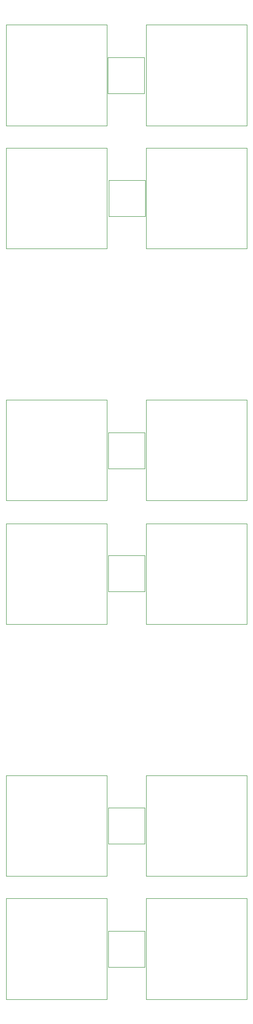
<source format=gbr>
%TF.GenerationSoftware,KiCad,Pcbnew,(5.1.9)-1*%
%TF.CreationDate,2021-09-13T19:49:27+01:00*%
%TF.ProjectId,KOSMO Mult,4b4f534d-4f20-44d7-956c-742e6b696361,rev?*%
%TF.SameCoordinates,Original*%
%TF.FileFunction,Other,User*%
%FSLAX46Y46*%
G04 Gerber Fmt 4.6, Leading zero omitted, Abs format (unit mm)*
G04 Created by KiCad (PCBNEW (5.1.9)-1) date 2021-09-13 19:49:27*
%MOMM*%
%LPD*%
G01*
G04 APERTURE LIST*
%ADD10C,0.050000*%
%ADD11C,0.120000*%
G04 APERTURE END LIST*
D10*
%TO.C,D3*%
X43890000Y-29011000D02*
X43890000Y-22561000D01*
X37390000Y-29011000D02*
X43890000Y-29011000D01*
X37390000Y-22561000D02*
X37390000Y-29011000D01*
X43890000Y-22561000D02*
X37390000Y-22561000D01*
%TO.C,D4*%
X44017000Y-44532000D02*
X37517000Y-44532000D01*
X37517000Y-44532000D02*
X37517000Y-50982000D01*
X37517000Y-50982000D02*
X44017000Y-50982000D01*
X44017000Y-50982000D02*
X44017000Y-44532000D01*
%TO.C,D5*%
X43953500Y-89553500D02*
X37453500Y-89553500D01*
X37453500Y-89553500D02*
X37453500Y-96003500D01*
X37453500Y-96003500D02*
X43953500Y-96003500D01*
X43953500Y-96003500D02*
X43953500Y-89553500D01*
%TO.C,D6*%
X43953500Y-111524500D02*
X37453500Y-111524500D01*
X37453500Y-111524500D02*
X37453500Y-117974500D01*
X37453500Y-117974500D02*
X43953500Y-117974500D01*
X43953500Y-117974500D02*
X43953500Y-111524500D01*
%TO.C,D7*%
X43953500Y-162996000D02*
X43953500Y-156546000D01*
X37453500Y-162996000D02*
X43953500Y-162996000D01*
X37453500Y-156546000D02*
X37453500Y-162996000D01*
X43953500Y-156546000D02*
X37453500Y-156546000D01*
%TO.C,D8*%
X43953500Y-184967000D02*
X43953500Y-178517000D01*
X37453500Y-184967000D02*
X43953500Y-184967000D01*
X37453500Y-178517000D02*
X37453500Y-184967000D01*
X43953500Y-178517000D02*
X37453500Y-178517000D01*
D11*
%TO.C,J1*%
X19194000Y-16781000D02*
X37194000Y-16781000D01*
X37194000Y-16781000D02*
X37194000Y-34781000D01*
X37194000Y-34781000D02*
X19194000Y-34781000D01*
X19194000Y-34781000D02*
X19194000Y-16781000D01*
%TO.C,J2*%
X44213000Y-34781000D02*
X44213000Y-16781000D01*
X62213000Y-34781000D02*
X44213000Y-34781000D01*
X62213000Y-16781000D02*
X62213000Y-34781000D01*
X44213000Y-16781000D02*
X62213000Y-16781000D01*
%TO.C,J3*%
X19194000Y-38752000D02*
X37194000Y-38752000D01*
X37194000Y-38752000D02*
X37194000Y-56752000D01*
X37194000Y-56752000D02*
X19194000Y-56752000D01*
X19194000Y-56752000D02*
X19194000Y-38752000D01*
%TO.C,J5*%
X44213000Y-56752000D02*
X44213000Y-38752000D01*
X62213000Y-56752000D02*
X44213000Y-56752000D01*
X62213000Y-38752000D02*
X62213000Y-56752000D01*
X44213000Y-38752000D02*
X62213000Y-38752000D01*
%TO.C,J6*%
X19194000Y-101710000D02*
X19194000Y-83710000D01*
X37194000Y-101710000D02*
X19194000Y-101710000D01*
X37194000Y-83710000D02*
X37194000Y-101710000D01*
X19194000Y-83710000D02*
X37194000Y-83710000D01*
%TO.C,J7*%
X44213000Y-83710000D02*
X62213000Y-83710000D01*
X62213000Y-83710000D02*
X62213000Y-101710000D01*
X62213000Y-101710000D02*
X44213000Y-101710000D01*
X44213000Y-101710000D02*
X44213000Y-83710000D01*
%TO.C,J8*%
X19194000Y-123808000D02*
X19194000Y-105808000D01*
X37194000Y-123808000D02*
X19194000Y-123808000D01*
X37194000Y-105808000D02*
X37194000Y-123808000D01*
X19194000Y-105808000D02*
X37194000Y-105808000D01*
%TO.C,J9*%
X44213000Y-105808000D02*
X62213000Y-105808000D01*
X62213000Y-105808000D02*
X62213000Y-123808000D01*
X62213000Y-123808000D02*
X44213000Y-123808000D01*
X44213000Y-123808000D02*
X44213000Y-105808000D01*
%TO.C,J10*%
X19194000Y-150766000D02*
X37194000Y-150766000D01*
X37194000Y-150766000D02*
X37194000Y-168766000D01*
X37194000Y-168766000D02*
X19194000Y-168766000D01*
X19194000Y-168766000D02*
X19194000Y-150766000D01*
%TO.C,J11*%
X44213000Y-168766000D02*
X44213000Y-150766000D01*
X62213000Y-168766000D02*
X44213000Y-168766000D01*
X62213000Y-150766000D02*
X62213000Y-168766000D01*
X44213000Y-150766000D02*
X62213000Y-150766000D01*
%TO.C,J12*%
X19194000Y-172737000D02*
X37194000Y-172737000D01*
X37194000Y-172737000D02*
X37194000Y-190737000D01*
X37194000Y-190737000D02*
X19194000Y-190737000D01*
X19194000Y-190737000D02*
X19194000Y-172737000D01*
%TO.C,J13*%
X44213000Y-190737000D02*
X44213000Y-172737000D01*
X62213000Y-190737000D02*
X44213000Y-190737000D01*
X62213000Y-172737000D02*
X62213000Y-190737000D01*
X44213000Y-172737000D02*
X62213000Y-172737000D01*
%TD*%
M02*

</source>
